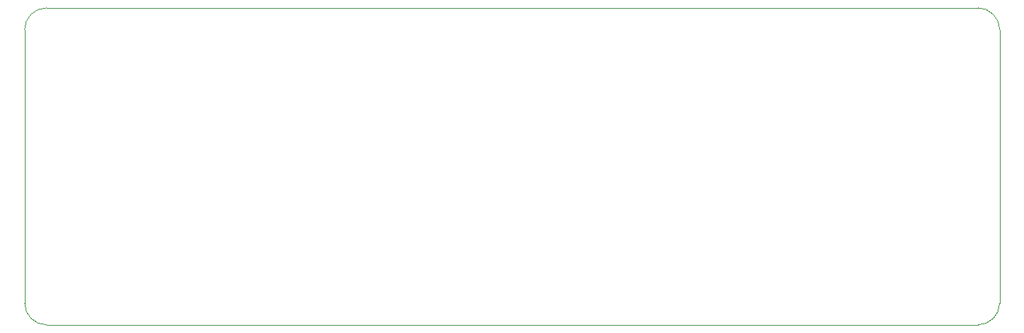
<source format=gbr>
G04 #@! TF.GenerationSoftware,KiCad,Pcbnew,5.1.4-e60b266~84~ubuntu18.04.1*
G04 #@! TF.CreationDate,2019-09-29T22:34:52+02:00*
G04 #@! TF.ProjectId,Circuit,43697263-7569-4742-9e6b-696361645f70,rev?*
G04 #@! TF.SameCoordinates,Original*
G04 #@! TF.FileFunction,Profile,NP*
%FSLAX46Y46*%
G04 Gerber Fmt 4.6, Leading zero omitted, Abs format (unit mm)*
G04 Created by KiCad (PCBNEW 5.1.4-e60b266~84~ubuntu18.04.1) date 2019-09-29 22:34:52*
%MOMM*%
%LPD*%
G04 APERTURE LIST*
%ADD10C,0.050000*%
G04 APERTURE END LIST*
D10*
X76454000Y-120904000D02*
G75*
G02X73914000Y-118364000I0J2540000D01*
G01*
X73914000Y-86614000D02*
G75*
G02X76454000Y-84074000I2540000J0D01*
G01*
X184404000Y-84074000D02*
G75*
G02X186944000Y-86614000I0J-2540000D01*
G01*
X186944000Y-118364000D02*
G75*
G02X184404000Y-120904000I-2540000J0D01*
G01*
X76454000Y-84074000D02*
X184404000Y-84074000D01*
X73914000Y-118364000D02*
X73914000Y-86614000D01*
X186944000Y-118364000D02*
X186944000Y-86614000D01*
X183134000Y-120904000D02*
X184404000Y-120904000D01*
X181864000Y-120904000D02*
X183134000Y-120904000D01*
X76454000Y-120904000D02*
X181864000Y-120904000D01*
M02*

</source>
